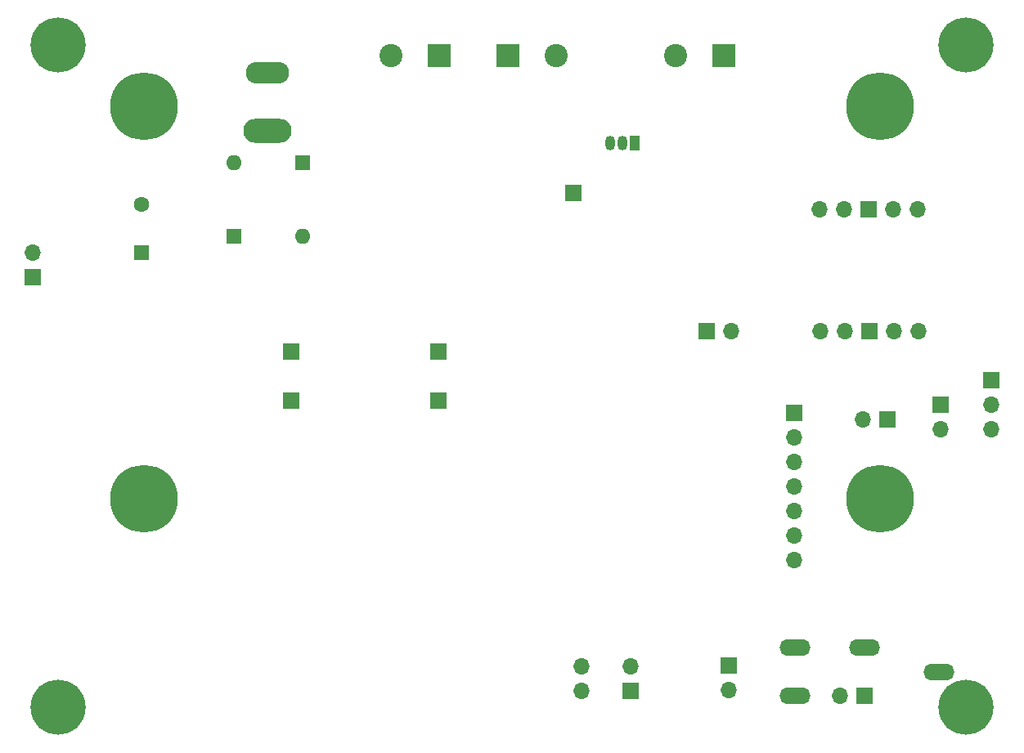
<source format=gbr>
%TF.GenerationSoftware,KiCad,Pcbnew,7.0.2*%
%TF.CreationDate,2024-01-09T21:21:53-08:00*%
%TF.ProjectId,MK-KS-MkII,4d4b2d4b-532d-44d6-9b49-492e6b696361,1.0*%
%TF.SameCoordinates,Original*%
%TF.FileFunction,Soldermask,Bot*%
%TF.FilePolarity,Negative*%
%FSLAX46Y46*%
G04 Gerber Fmt 4.6, Leading zero omitted, Abs format (unit mm)*
G04 Created by KiCad (PCBNEW 7.0.2) date 2024-01-09 21:21:53*
%MOMM*%
%LPD*%
G01*
G04 APERTURE LIST*
%ADD10O,1.700000X1.700000*%
%ADD11R,1.700000X1.700000*%
%ADD12R,2.400000X2.400000*%
%ADD13C,2.400000*%
%ADD14C,5.700000*%
%ADD15C,3.600000*%
%ADD16O,3.220000X1.712000*%
%ADD17R,1.600000X1.600000*%
%ADD18C,1.600000*%
%ADD19O,1.600000X1.600000*%
%ADD20C,7.000000*%
%ADD21C,4.700000*%
%ADD22O,5.000000X2.500000*%
%ADD23O,4.500000X2.250000*%
%ADD24R,1.050000X1.500000*%
%ADD25O,1.050000X1.500000*%
G04 APERTURE END LIST*
D10*
%TO.C,U1*%
X150176000Y-115554000D03*
X147636000Y-115554000D03*
D11*
X145096000Y-115554000D03*
D10*
X142556000Y-115554000D03*
X140016000Y-115554000D03*
X140106000Y-128234000D03*
X142646000Y-128234000D03*
D11*
X145186000Y-128234000D03*
D10*
X147726000Y-128234000D03*
X150266000Y-128234000D03*
%TD*%
D12*
%TO.C,ST3*%
X130138000Y-99627800D03*
D13*
X125138000Y-99627800D03*
%TD*%
D11*
%TO.C,TP5*%
X100609400Y-135432800D03*
%TD*%
%TO.C,J3*%
X157857000Y-133268000D03*
D10*
X157857000Y-135808000D03*
X157857000Y-138348000D03*
%TD*%
D14*
%TO.C,M_KSI4*%
X61239400Y-167182800D03*
D15*
X61239400Y-167182800D03*
%TD*%
D11*
%TO.C,JP3*%
X144742000Y-165979000D03*
D10*
X142202000Y-165979000D03*
%TD*%
D12*
%TO.C,ST1*%
X100709400Y-99627800D03*
D13*
X95709400Y-99627800D03*
%TD*%
D16*
%TO.C,J5*%
X152453000Y-163472000D03*
X137553000Y-160972000D03*
X137553000Y-165972000D03*
X144753000Y-160972000D03*
%TD*%
D11*
%TO.C,TP1*%
X114599000Y-113854000D03*
%TD*%
%TO.C,OPa1*%
X58593000Y-122644000D03*
D10*
X58593000Y-120104000D03*
%TD*%
D11*
%TO.C,TP2*%
X85369400Y-135432800D03*
%TD*%
D14*
%TO.C,M_KSI1*%
X61239400Y-98602800D03*
D15*
X61239400Y-98602800D03*
%TD*%
D11*
%TO.C,TP4*%
X100609400Y-130352800D03*
%TD*%
D17*
%TO.C,C3*%
X69875400Y-120080851D03*
D18*
X69875400Y-115080851D03*
%TD*%
D17*
%TO.C,D4*%
X86537800Y-110794800D03*
D19*
X86537800Y-118414800D03*
%TD*%
D20*
%TO.C,SHLD-1*%
X70129400Y-104952800D03*
D21*
X70129400Y-104952800D03*
%TD*%
D20*
%TO.C,SHLD-2*%
X146329400Y-104952800D03*
D21*
X146329400Y-104952800D03*
%TD*%
D10*
%TO.C,SW1*%
X120528400Y-162884800D03*
D11*
X120528400Y-165424800D03*
D10*
X115448400Y-162884800D03*
X115448400Y-165424800D03*
%TD*%
D11*
%TO.C,JP2*%
X130688400Y-162859800D03*
D10*
X130688400Y-165399800D03*
%TD*%
D11*
%TO.C,JP1*%
X147069000Y-137366000D03*
D10*
X144529000Y-137366000D03*
%TD*%
D22*
%TO.C,J2*%
X82880200Y-107489100D03*
D23*
X82880200Y-101489100D03*
%TD*%
D14*
%TO.C,M_KSI2*%
X155219400Y-98602800D03*
D15*
X155219400Y-98602800D03*
%TD*%
D12*
%TO.C,ST2*%
X107774400Y-99627800D03*
D13*
X112774400Y-99627800D03*
%TD*%
D20*
%TO.C,SHLD-4*%
X70129400Y-145592800D03*
D21*
X70129400Y-145592800D03*
%TD*%
D11*
%TO.C,TP3*%
X85369400Y-130352800D03*
%TD*%
D24*
%TO.C,Q4*%
X120929400Y-108762800D03*
D25*
X119659400Y-108762800D03*
X118389400Y-108762800D03*
%TD*%
D17*
%TO.C,D2*%
X79425800Y-118414800D03*
D19*
X79425800Y-110794800D03*
%TD*%
D14*
%TO.C,M_KSI3*%
X155219400Y-167182800D03*
D15*
X155219400Y-167182800D03*
%TD*%
D11*
%TO.C,JP5*%
X152564000Y-135827000D03*
D10*
X152564000Y-138367000D03*
%TD*%
D11*
%TO.C,JP4*%
X128341000Y-128229000D03*
D10*
X130881000Y-128229000D03*
%TD*%
D20*
%TO.C,SHLD-3*%
X146329400Y-145592800D03*
D21*
X146329400Y-145592800D03*
%TD*%
D11*
%TO.C,J4*%
X137439400Y-136702800D03*
D10*
X137439400Y-139242800D03*
X137439400Y-141782800D03*
X137439400Y-144322800D03*
X137439400Y-146862800D03*
X137439400Y-149402800D03*
X137439400Y-151942800D03*
%TD*%
M02*

</source>
